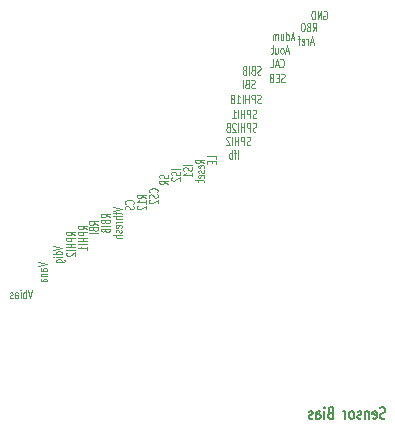
<source format=gbo>
G04 (created by PCBNEW-RS274X (2012-01-19 BZR 3256)-stable) date Wed Aug 28 15:53:45 2013*
G01*
G70*
G90*
%MOIN*%
G04 Gerber Fmt 3.4, Leading zero omitted, Abs format*
%FSLAX34Y34*%
G04 APERTURE LIST*
%ADD10C,0.006000*%
%ADD11C,0.004900*%
%ADD12C,0.005900*%
G04 APERTURE END LIST*
G54D10*
G54D11*
X53495Y-15269D02*
X53495Y-14974D01*
X53429Y-15072D02*
X53354Y-15072D01*
X53401Y-15269D02*
X53401Y-15016D01*
X53392Y-14988D01*
X53373Y-14974D01*
X53354Y-14974D01*
X53288Y-15269D02*
X53288Y-14974D01*
X53288Y-15086D02*
X53269Y-15072D01*
X53232Y-15072D01*
X53213Y-15086D01*
X53204Y-15100D01*
X53194Y-15128D01*
X53194Y-15213D01*
X53204Y-15241D01*
X53213Y-15255D01*
X53232Y-15269D01*
X53269Y-15269D01*
X53288Y-15255D01*
X53898Y-14805D02*
X53870Y-14819D01*
X53823Y-14819D01*
X53805Y-14805D01*
X53795Y-14791D01*
X53786Y-14763D01*
X53786Y-14735D01*
X53795Y-14707D01*
X53805Y-14692D01*
X53823Y-14678D01*
X53861Y-14664D01*
X53880Y-14650D01*
X53889Y-14636D01*
X53898Y-14608D01*
X53898Y-14580D01*
X53889Y-14552D01*
X53880Y-14538D01*
X53861Y-14524D01*
X53814Y-14524D01*
X53786Y-14538D01*
X53701Y-14819D02*
X53701Y-14524D01*
X53626Y-14524D01*
X53607Y-14538D01*
X53598Y-14552D01*
X53589Y-14580D01*
X53589Y-14622D01*
X53598Y-14650D01*
X53607Y-14664D01*
X53626Y-14678D01*
X53701Y-14678D01*
X53504Y-14819D02*
X53504Y-14524D01*
X53504Y-14664D02*
X53392Y-14664D01*
X53392Y-14819D02*
X53392Y-14524D01*
X53298Y-14819D02*
X53298Y-14524D01*
X53213Y-14552D02*
X53204Y-14538D01*
X53185Y-14524D01*
X53138Y-14524D01*
X53120Y-14538D01*
X53110Y-14552D01*
X53101Y-14580D01*
X53101Y-14608D01*
X53110Y-14650D01*
X53223Y-14819D01*
X53101Y-14819D01*
X54097Y-14355D02*
X54069Y-14369D01*
X54022Y-14369D01*
X54004Y-14355D01*
X53994Y-14341D01*
X53985Y-14313D01*
X53985Y-14285D01*
X53994Y-14257D01*
X54004Y-14242D01*
X54022Y-14228D01*
X54060Y-14214D01*
X54079Y-14200D01*
X54088Y-14186D01*
X54097Y-14158D01*
X54097Y-14130D01*
X54088Y-14102D01*
X54079Y-14088D01*
X54060Y-14074D01*
X54013Y-14074D01*
X53985Y-14088D01*
X53900Y-14369D02*
X53900Y-14074D01*
X53825Y-14074D01*
X53806Y-14088D01*
X53797Y-14102D01*
X53788Y-14130D01*
X53788Y-14172D01*
X53797Y-14200D01*
X53806Y-14214D01*
X53825Y-14228D01*
X53900Y-14228D01*
X53703Y-14369D02*
X53703Y-14074D01*
X53703Y-14214D02*
X53591Y-14214D01*
X53591Y-14369D02*
X53591Y-14074D01*
X53497Y-14369D02*
X53497Y-14074D01*
X53412Y-14102D02*
X53403Y-14088D01*
X53384Y-14074D01*
X53337Y-14074D01*
X53319Y-14088D01*
X53309Y-14102D01*
X53300Y-14130D01*
X53300Y-14158D01*
X53309Y-14200D01*
X53422Y-14369D01*
X53300Y-14369D01*
X53149Y-14214D02*
X53121Y-14228D01*
X53112Y-14242D01*
X53103Y-14271D01*
X53103Y-14313D01*
X53112Y-14341D01*
X53121Y-14355D01*
X53140Y-14369D01*
X53215Y-14369D01*
X53215Y-14074D01*
X53149Y-14074D01*
X53131Y-14088D01*
X53121Y-14102D01*
X53112Y-14130D01*
X53112Y-14158D01*
X53121Y-14186D01*
X53131Y-14200D01*
X53149Y-14214D01*
X53215Y-14214D01*
X54098Y-13905D02*
X54070Y-13919D01*
X54023Y-13919D01*
X54005Y-13905D01*
X53995Y-13891D01*
X53986Y-13863D01*
X53986Y-13835D01*
X53995Y-13807D01*
X54005Y-13792D01*
X54023Y-13778D01*
X54061Y-13764D01*
X54080Y-13750D01*
X54089Y-13736D01*
X54098Y-13708D01*
X54098Y-13680D01*
X54089Y-13652D01*
X54080Y-13638D01*
X54061Y-13624D01*
X54014Y-13624D01*
X53986Y-13638D01*
X53901Y-13919D02*
X53901Y-13624D01*
X53826Y-13624D01*
X53807Y-13638D01*
X53798Y-13652D01*
X53789Y-13680D01*
X53789Y-13722D01*
X53798Y-13750D01*
X53807Y-13764D01*
X53826Y-13778D01*
X53901Y-13778D01*
X53704Y-13919D02*
X53704Y-13624D01*
X53704Y-13764D02*
X53592Y-13764D01*
X53592Y-13919D02*
X53592Y-13624D01*
X53498Y-13919D02*
X53498Y-13624D01*
X53301Y-13919D02*
X53413Y-13919D01*
X53357Y-13919D02*
X53357Y-13624D01*
X53376Y-13666D01*
X53395Y-13694D01*
X53413Y-13708D01*
X54247Y-13405D02*
X54219Y-13419D01*
X54172Y-13419D01*
X54154Y-13405D01*
X54144Y-13391D01*
X54135Y-13363D01*
X54135Y-13335D01*
X54144Y-13307D01*
X54154Y-13292D01*
X54172Y-13278D01*
X54210Y-13264D01*
X54229Y-13250D01*
X54238Y-13236D01*
X54247Y-13208D01*
X54247Y-13180D01*
X54238Y-13152D01*
X54229Y-13138D01*
X54210Y-13124D01*
X54163Y-13124D01*
X54135Y-13138D01*
X54050Y-13419D02*
X54050Y-13124D01*
X53975Y-13124D01*
X53956Y-13138D01*
X53947Y-13152D01*
X53938Y-13180D01*
X53938Y-13222D01*
X53947Y-13250D01*
X53956Y-13264D01*
X53975Y-13278D01*
X54050Y-13278D01*
X53853Y-13419D02*
X53853Y-13124D01*
X53853Y-13264D02*
X53741Y-13264D01*
X53741Y-13419D02*
X53741Y-13124D01*
X53647Y-13419D02*
X53647Y-13124D01*
X53450Y-13419D02*
X53562Y-13419D01*
X53506Y-13419D02*
X53506Y-13124D01*
X53525Y-13166D01*
X53544Y-13194D01*
X53562Y-13208D01*
X53299Y-13264D02*
X53271Y-13278D01*
X53262Y-13292D01*
X53253Y-13321D01*
X53253Y-13363D01*
X53262Y-13391D01*
X53271Y-13405D01*
X53290Y-13419D01*
X53365Y-13419D01*
X53365Y-13124D01*
X53299Y-13124D01*
X53281Y-13138D01*
X53271Y-13152D01*
X53262Y-13180D01*
X53262Y-13208D01*
X53271Y-13236D01*
X53281Y-13250D01*
X53299Y-13264D01*
X53365Y-13264D01*
X54051Y-12905D02*
X54023Y-12919D01*
X53976Y-12919D01*
X53958Y-12905D01*
X53948Y-12891D01*
X53939Y-12863D01*
X53939Y-12835D01*
X53948Y-12807D01*
X53958Y-12792D01*
X53976Y-12778D01*
X54014Y-12764D01*
X54033Y-12750D01*
X54042Y-12736D01*
X54051Y-12708D01*
X54051Y-12680D01*
X54042Y-12652D01*
X54033Y-12638D01*
X54014Y-12624D01*
X53967Y-12624D01*
X53939Y-12638D01*
X53788Y-12764D02*
X53760Y-12778D01*
X53751Y-12792D01*
X53742Y-12821D01*
X53742Y-12863D01*
X53751Y-12891D01*
X53760Y-12905D01*
X53779Y-12919D01*
X53854Y-12919D01*
X53854Y-12624D01*
X53788Y-12624D01*
X53770Y-12638D01*
X53760Y-12652D01*
X53751Y-12680D01*
X53751Y-12708D01*
X53760Y-12736D01*
X53770Y-12750D01*
X53788Y-12764D01*
X53854Y-12764D01*
X53657Y-12919D02*
X53657Y-12624D01*
X54250Y-12455D02*
X54222Y-12469D01*
X54175Y-12469D01*
X54157Y-12455D01*
X54147Y-12441D01*
X54138Y-12413D01*
X54138Y-12385D01*
X54147Y-12357D01*
X54157Y-12342D01*
X54175Y-12328D01*
X54213Y-12314D01*
X54232Y-12300D01*
X54241Y-12286D01*
X54250Y-12258D01*
X54250Y-12230D01*
X54241Y-12202D01*
X54232Y-12188D01*
X54213Y-12174D01*
X54166Y-12174D01*
X54138Y-12188D01*
X53987Y-12314D02*
X53959Y-12328D01*
X53950Y-12342D01*
X53941Y-12371D01*
X53941Y-12413D01*
X53950Y-12441D01*
X53959Y-12455D01*
X53978Y-12469D01*
X54053Y-12469D01*
X54053Y-12174D01*
X53987Y-12174D01*
X53969Y-12188D01*
X53959Y-12202D01*
X53950Y-12230D01*
X53950Y-12258D01*
X53959Y-12286D01*
X53969Y-12300D01*
X53987Y-12314D01*
X54053Y-12314D01*
X53856Y-12469D02*
X53856Y-12174D01*
X53696Y-12314D02*
X53668Y-12328D01*
X53659Y-12342D01*
X53650Y-12371D01*
X53650Y-12413D01*
X53659Y-12441D01*
X53668Y-12455D01*
X53687Y-12469D01*
X53762Y-12469D01*
X53762Y-12174D01*
X53696Y-12174D01*
X53678Y-12188D01*
X53668Y-12202D01*
X53659Y-12230D01*
X53659Y-12258D01*
X53668Y-12286D01*
X53678Y-12300D01*
X53696Y-12314D01*
X53762Y-12314D01*
X55043Y-12705D02*
X55015Y-12719D01*
X54968Y-12719D01*
X54950Y-12705D01*
X54940Y-12691D01*
X54931Y-12663D01*
X54931Y-12635D01*
X54940Y-12607D01*
X54950Y-12592D01*
X54968Y-12578D01*
X55006Y-12564D01*
X55025Y-12550D01*
X55034Y-12536D01*
X55043Y-12508D01*
X55043Y-12480D01*
X55034Y-12452D01*
X55025Y-12438D01*
X55006Y-12424D01*
X54959Y-12424D01*
X54931Y-12438D01*
X54846Y-12564D02*
X54780Y-12564D01*
X54752Y-12719D02*
X54846Y-12719D01*
X54846Y-12424D01*
X54752Y-12424D01*
X54602Y-12564D02*
X54574Y-12578D01*
X54565Y-12592D01*
X54556Y-12621D01*
X54556Y-12663D01*
X54565Y-12691D01*
X54574Y-12705D01*
X54593Y-12719D01*
X54668Y-12719D01*
X54668Y-12424D01*
X54602Y-12424D01*
X54584Y-12438D01*
X54574Y-12452D01*
X54565Y-12480D01*
X54565Y-12508D01*
X54574Y-12536D01*
X54584Y-12550D01*
X54602Y-12564D01*
X54668Y-12564D01*
X54903Y-12191D02*
X54912Y-12205D01*
X54940Y-12219D01*
X54959Y-12219D01*
X54987Y-12205D01*
X55006Y-12177D01*
X55015Y-12149D01*
X55024Y-12092D01*
X55024Y-12050D01*
X55015Y-11994D01*
X55006Y-11966D01*
X54987Y-11938D01*
X54959Y-11924D01*
X54940Y-11924D01*
X54912Y-11938D01*
X54903Y-11952D01*
X54827Y-12135D02*
X54734Y-12135D01*
X54846Y-12219D02*
X54781Y-11924D01*
X54715Y-12219D01*
X54555Y-12219D02*
X54649Y-12219D01*
X54649Y-11924D01*
X55181Y-11685D02*
X55088Y-11685D01*
X55200Y-11769D02*
X55135Y-11474D01*
X55069Y-11769D01*
X54975Y-11769D02*
X54994Y-11755D01*
X55003Y-11741D01*
X55012Y-11713D01*
X55012Y-11628D01*
X55003Y-11600D01*
X54994Y-11586D01*
X54975Y-11572D01*
X54947Y-11572D01*
X54928Y-11586D01*
X54919Y-11600D01*
X54909Y-11628D01*
X54909Y-11713D01*
X54919Y-11741D01*
X54928Y-11755D01*
X54947Y-11769D01*
X54975Y-11769D01*
X54741Y-11572D02*
X54741Y-11769D01*
X54825Y-11572D02*
X54825Y-11727D01*
X54816Y-11755D01*
X54797Y-11769D01*
X54769Y-11769D01*
X54750Y-11755D01*
X54741Y-11741D01*
X54675Y-11572D02*
X54600Y-11572D01*
X54647Y-11474D02*
X54647Y-11727D01*
X54638Y-11755D01*
X54619Y-11769D01*
X54600Y-11769D01*
X55356Y-11235D02*
X55263Y-11235D01*
X55375Y-11319D02*
X55310Y-11024D01*
X55244Y-11319D01*
X55094Y-11319D02*
X55094Y-11024D01*
X55094Y-11305D02*
X55112Y-11319D01*
X55150Y-11319D01*
X55169Y-11305D01*
X55178Y-11291D01*
X55187Y-11263D01*
X55187Y-11178D01*
X55178Y-11150D01*
X55169Y-11136D01*
X55150Y-11122D01*
X55112Y-11122D01*
X55094Y-11136D01*
X54916Y-11122D02*
X54916Y-11319D01*
X55000Y-11122D02*
X55000Y-11277D01*
X54991Y-11305D01*
X54972Y-11319D01*
X54944Y-11319D01*
X54925Y-11305D01*
X54916Y-11291D01*
X54822Y-11319D02*
X54822Y-11122D01*
X54822Y-11150D02*
X54813Y-11136D01*
X54794Y-11122D01*
X54766Y-11122D01*
X54747Y-11136D01*
X54738Y-11164D01*
X54738Y-11319D01*
X54738Y-11164D02*
X54728Y-11136D01*
X54710Y-11122D01*
X54681Y-11122D01*
X54663Y-11136D01*
X54653Y-11164D01*
X54653Y-11319D01*
X55998Y-11385D02*
X55905Y-11385D01*
X56017Y-11469D02*
X55952Y-11174D01*
X55886Y-11469D01*
X55820Y-11469D02*
X55820Y-11272D01*
X55820Y-11328D02*
X55811Y-11300D01*
X55801Y-11286D01*
X55783Y-11272D01*
X55764Y-11272D01*
X55623Y-11455D02*
X55642Y-11469D01*
X55679Y-11469D01*
X55698Y-11455D01*
X55707Y-11427D01*
X55707Y-11314D01*
X55698Y-11286D01*
X55679Y-11272D01*
X55642Y-11272D01*
X55623Y-11286D01*
X55614Y-11314D01*
X55614Y-11342D01*
X55707Y-11371D01*
X55557Y-11272D02*
X55482Y-11272D01*
X55529Y-11469D02*
X55529Y-11216D01*
X55520Y-11188D01*
X55501Y-11174D01*
X55482Y-11174D01*
X55991Y-11019D02*
X56056Y-10878D01*
X56103Y-11019D02*
X56103Y-10724D01*
X56028Y-10724D01*
X56009Y-10738D01*
X56000Y-10752D01*
X55991Y-10780D01*
X55991Y-10822D01*
X56000Y-10850D01*
X56009Y-10864D01*
X56028Y-10878D01*
X56103Y-10878D01*
X55840Y-10864D02*
X55812Y-10878D01*
X55803Y-10892D01*
X55794Y-10921D01*
X55794Y-10963D01*
X55803Y-10991D01*
X55812Y-11005D01*
X55831Y-11019D01*
X55906Y-11019D01*
X55906Y-10724D01*
X55840Y-10724D01*
X55822Y-10738D01*
X55812Y-10752D01*
X55803Y-10780D01*
X55803Y-10808D01*
X55812Y-10836D01*
X55822Y-10850D01*
X55840Y-10864D01*
X55906Y-10864D01*
X55672Y-10724D02*
X55634Y-10724D01*
X55615Y-10738D01*
X55597Y-10766D01*
X55587Y-10822D01*
X55587Y-10921D01*
X55597Y-10977D01*
X55615Y-11005D01*
X55634Y-11019D01*
X55672Y-11019D01*
X55690Y-11005D01*
X55709Y-10977D01*
X55718Y-10921D01*
X55718Y-10822D01*
X55709Y-10766D01*
X55690Y-10738D01*
X55672Y-10724D01*
X46620Y-19624D02*
X46555Y-19919D01*
X46489Y-19624D01*
X46423Y-19919D02*
X46423Y-19624D01*
X46423Y-19736D02*
X46404Y-19722D01*
X46367Y-19722D01*
X46348Y-19736D01*
X46339Y-19750D01*
X46329Y-19778D01*
X46329Y-19863D01*
X46339Y-19891D01*
X46348Y-19905D01*
X46367Y-19919D01*
X46404Y-19919D01*
X46423Y-19905D01*
X46245Y-19919D02*
X46245Y-19722D01*
X46245Y-19624D02*
X46254Y-19638D01*
X46245Y-19652D01*
X46236Y-19638D01*
X46245Y-19624D01*
X46245Y-19652D01*
X46067Y-19919D02*
X46067Y-19764D01*
X46076Y-19736D01*
X46095Y-19722D01*
X46132Y-19722D01*
X46151Y-19736D01*
X46067Y-19905D02*
X46085Y-19919D01*
X46132Y-19919D01*
X46151Y-19905D01*
X46160Y-19877D01*
X46160Y-19849D01*
X46151Y-19821D01*
X46132Y-19807D01*
X46085Y-19807D01*
X46067Y-19792D01*
X45982Y-19905D02*
X45964Y-19919D01*
X45926Y-19919D01*
X45907Y-19905D01*
X45898Y-19877D01*
X45898Y-19863D01*
X45907Y-19835D01*
X45926Y-19821D01*
X45954Y-19821D01*
X45973Y-19807D01*
X45982Y-19778D01*
X45982Y-19764D01*
X45973Y-19736D01*
X45954Y-19722D01*
X45926Y-19722D01*
X45907Y-19736D01*
X46824Y-18718D02*
X47119Y-18783D01*
X46824Y-18849D01*
X47119Y-18999D02*
X46964Y-18999D01*
X46936Y-18990D01*
X46922Y-18971D01*
X46922Y-18934D01*
X46936Y-18915D01*
X47105Y-18999D02*
X47119Y-18981D01*
X47119Y-18934D01*
X47105Y-18915D01*
X47077Y-18906D01*
X47049Y-18906D01*
X47021Y-18915D01*
X47007Y-18934D01*
X47007Y-18981D01*
X46992Y-18999D01*
X46922Y-19093D02*
X47119Y-19093D01*
X46950Y-19093D02*
X46936Y-19102D01*
X46922Y-19121D01*
X46922Y-19149D01*
X46936Y-19168D01*
X46964Y-19177D01*
X47119Y-19177D01*
X47119Y-19355D02*
X46964Y-19355D01*
X46936Y-19346D01*
X46922Y-19327D01*
X46922Y-19290D01*
X46936Y-19271D01*
X47105Y-19355D02*
X47119Y-19337D01*
X47119Y-19290D01*
X47105Y-19271D01*
X47077Y-19262D01*
X47049Y-19262D01*
X47021Y-19271D01*
X47007Y-19290D01*
X47007Y-19337D01*
X46992Y-19355D01*
X47324Y-18160D02*
X47619Y-18225D01*
X47324Y-18291D01*
X47619Y-18441D02*
X47324Y-18441D01*
X47605Y-18441D02*
X47619Y-18423D01*
X47619Y-18385D01*
X47605Y-18366D01*
X47591Y-18357D01*
X47563Y-18348D01*
X47478Y-18348D01*
X47450Y-18357D01*
X47436Y-18366D01*
X47422Y-18385D01*
X47422Y-18423D01*
X47436Y-18441D01*
X47619Y-18535D02*
X47422Y-18535D01*
X47324Y-18535D02*
X47338Y-18526D01*
X47352Y-18535D01*
X47338Y-18544D01*
X47324Y-18535D01*
X47352Y-18535D01*
X47422Y-18713D02*
X47661Y-18713D01*
X47689Y-18704D01*
X47703Y-18695D01*
X47717Y-18676D01*
X47717Y-18648D01*
X47703Y-18629D01*
X47605Y-18713D02*
X47619Y-18695D01*
X47619Y-18657D01*
X47605Y-18638D01*
X47591Y-18629D01*
X47563Y-18620D01*
X47478Y-18620D01*
X47450Y-18629D01*
X47436Y-18638D01*
X47422Y-18657D01*
X47422Y-18695D01*
X47436Y-18713D01*
X48069Y-17818D02*
X47928Y-17753D01*
X48069Y-17706D02*
X47774Y-17706D01*
X47774Y-17781D01*
X47788Y-17800D01*
X47802Y-17809D01*
X47830Y-17818D01*
X47872Y-17818D01*
X47900Y-17809D01*
X47914Y-17800D01*
X47928Y-17781D01*
X47928Y-17706D01*
X48069Y-17903D02*
X47774Y-17903D01*
X47774Y-17978D01*
X47788Y-17997D01*
X47802Y-18006D01*
X47830Y-18015D01*
X47872Y-18015D01*
X47900Y-18006D01*
X47914Y-17997D01*
X47928Y-17978D01*
X47928Y-17903D01*
X48069Y-18100D02*
X47774Y-18100D01*
X47914Y-18100D02*
X47914Y-18212D01*
X48069Y-18212D02*
X47774Y-18212D01*
X48069Y-18306D02*
X47774Y-18306D01*
X47802Y-18391D02*
X47788Y-18400D01*
X47774Y-18419D01*
X47774Y-18466D01*
X47788Y-18484D01*
X47802Y-18494D01*
X47830Y-18503D01*
X47858Y-18503D01*
X47900Y-18494D01*
X48069Y-18381D01*
X48069Y-18503D01*
X48469Y-17618D02*
X48328Y-17553D01*
X48469Y-17506D02*
X48174Y-17506D01*
X48174Y-17581D01*
X48188Y-17600D01*
X48202Y-17609D01*
X48230Y-17618D01*
X48272Y-17618D01*
X48300Y-17609D01*
X48314Y-17600D01*
X48328Y-17581D01*
X48328Y-17506D01*
X48469Y-17703D02*
X48174Y-17703D01*
X48174Y-17778D01*
X48188Y-17797D01*
X48202Y-17806D01*
X48230Y-17815D01*
X48272Y-17815D01*
X48300Y-17806D01*
X48314Y-17797D01*
X48328Y-17778D01*
X48328Y-17703D01*
X48469Y-17900D02*
X48174Y-17900D01*
X48314Y-17900D02*
X48314Y-18012D01*
X48469Y-18012D02*
X48174Y-18012D01*
X48469Y-18106D02*
X48174Y-18106D01*
X48469Y-18303D02*
X48469Y-18191D01*
X48469Y-18247D02*
X48174Y-18247D01*
X48216Y-18228D01*
X48244Y-18209D01*
X48258Y-18191D01*
X48819Y-17465D02*
X48678Y-17400D01*
X48819Y-17353D02*
X48524Y-17353D01*
X48524Y-17428D01*
X48538Y-17447D01*
X48552Y-17456D01*
X48580Y-17465D01*
X48622Y-17465D01*
X48650Y-17456D01*
X48664Y-17447D01*
X48678Y-17428D01*
X48678Y-17353D01*
X48664Y-17616D02*
X48678Y-17644D01*
X48692Y-17653D01*
X48721Y-17662D01*
X48763Y-17662D01*
X48791Y-17653D01*
X48805Y-17644D01*
X48819Y-17625D01*
X48819Y-17550D01*
X48524Y-17550D01*
X48524Y-17616D01*
X48538Y-17634D01*
X48552Y-17644D01*
X48580Y-17653D01*
X48608Y-17653D01*
X48636Y-17644D01*
X48650Y-17634D01*
X48664Y-17616D01*
X48664Y-17550D01*
X48819Y-17747D02*
X48524Y-17747D01*
X49219Y-17217D02*
X49078Y-17152D01*
X49219Y-17105D02*
X48924Y-17105D01*
X48924Y-17180D01*
X48938Y-17199D01*
X48952Y-17208D01*
X48980Y-17217D01*
X49022Y-17217D01*
X49050Y-17208D01*
X49064Y-17199D01*
X49078Y-17180D01*
X49078Y-17105D01*
X49064Y-17368D02*
X49078Y-17396D01*
X49092Y-17405D01*
X49121Y-17414D01*
X49163Y-17414D01*
X49191Y-17405D01*
X49205Y-17396D01*
X49219Y-17377D01*
X49219Y-17302D01*
X48924Y-17302D01*
X48924Y-17368D01*
X48938Y-17386D01*
X48952Y-17396D01*
X48980Y-17405D01*
X49008Y-17405D01*
X49036Y-17396D01*
X49050Y-17386D01*
X49064Y-17368D01*
X49064Y-17302D01*
X49219Y-17499D02*
X48924Y-17499D01*
X49064Y-17659D02*
X49078Y-17687D01*
X49092Y-17696D01*
X49121Y-17705D01*
X49163Y-17705D01*
X49191Y-17696D01*
X49205Y-17687D01*
X49219Y-17668D01*
X49219Y-17593D01*
X48924Y-17593D01*
X48924Y-17659D01*
X48938Y-17677D01*
X48952Y-17687D01*
X48980Y-17696D01*
X49008Y-17696D01*
X49036Y-17687D01*
X49050Y-17677D01*
X49064Y-17659D01*
X49064Y-17593D01*
X49324Y-16875D02*
X49619Y-16940D01*
X49324Y-17006D01*
X49422Y-17044D02*
X49422Y-17119D01*
X49324Y-17072D02*
X49577Y-17072D01*
X49605Y-17081D01*
X49619Y-17100D01*
X49619Y-17119D01*
X49619Y-17185D02*
X49324Y-17185D01*
X49619Y-17269D02*
X49464Y-17269D01*
X49436Y-17260D01*
X49422Y-17241D01*
X49422Y-17213D01*
X49436Y-17194D01*
X49450Y-17185D01*
X49619Y-17363D02*
X49422Y-17363D01*
X49478Y-17363D02*
X49450Y-17372D01*
X49436Y-17382D01*
X49422Y-17400D01*
X49422Y-17419D01*
X49605Y-17560D02*
X49619Y-17541D01*
X49619Y-17504D01*
X49605Y-17485D01*
X49577Y-17476D01*
X49464Y-17476D01*
X49436Y-17485D01*
X49422Y-17504D01*
X49422Y-17541D01*
X49436Y-17560D01*
X49464Y-17569D01*
X49492Y-17569D01*
X49521Y-17476D01*
X49605Y-17645D02*
X49619Y-17663D01*
X49619Y-17701D01*
X49605Y-17720D01*
X49577Y-17729D01*
X49563Y-17729D01*
X49535Y-17720D01*
X49521Y-17701D01*
X49521Y-17673D01*
X49507Y-17654D01*
X49478Y-17645D01*
X49464Y-17645D01*
X49436Y-17654D01*
X49422Y-17673D01*
X49422Y-17701D01*
X49436Y-17720D01*
X49619Y-17813D02*
X49324Y-17813D01*
X49619Y-17897D02*
X49464Y-17897D01*
X49436Y-17888D01*
X49422Y-17869D01*
X49422Y-17841D01*
X49436Y-17822D01*
X49450Y-17813D01*
X49991Y-16767D02*
X50005Y-16758D01*
X50019Y-16730D01*
X50019Y-16711D01*
X50005Y-16683D01*
X49977Y-16664D01*
X49949Y-16655D01*
X49892Y-16646D01*
X49850Y-16646D01*
X49794Y-16655D01*
X49766Y-16664D01*
X49738Y-16683D01*
X49724Y-16711D01*
X49724Y-16730D01*
X49738Y-16758D01*
X49752Y-16767D01*
X50005Y-16843D02*
X50019Y-16871D01*
X50019Y-16918D01*
X50005Y-16936D01*
X49991Y-16946D01*
X49963Y-16955D01*
X49935Y-16955D01*
X49907Y-16946D01*
X49892Y-16936D01*
X49878Y-16918D01*
X49864Y-16880D01*
X49850Y-16861D01*
X49836Y-16852D01*
X49808Y-16843D01*
X49780Y-16843D01*
X49752Y-16852D01*
X49738Y-16861D01*
X49724Y-16880D01*
X49724Y-16927D01*
X49738Y-16955D01*
X50419Y-16573D02*
X50278Y-16508D01*
X50419Y-16461D02*
X50124Y-16461D01*
X50124Y-16536D01*
X50138Y-16555D01*
X50152Y-16564D01*
X50180Y-16573D01*
X50222Y-16573D01*
X50250Y-16564D01*
X50264Y-16555D01*
X50278Y-16536D01*
X50278Y-16461D01*
X50419Y-16761D02*
X50419Y-16649D01*
X50419Y-16705D02*
X50124Y-16705D01*
X50166Y-16686D01*
X50194Y-16667D01*
X50208Y-16649D01*
X50152Y-16837D02*
X50138Y-16846D01*
X50124Y-16865D01*
X50124Y-16912D01*
X50138Y-16930D01*
X50152Y-16940D01*
X50180Y-16949D01*
X50208Y-16949D01*
X50250Y-16940D01*
X50419Y-16827D01*
X50419Y-16949D01*
X50791Y-16373D02*
X50805Y-16364D01*
X50819Y-16336D01*
X50819Y-16317D01*
X50805Y-16289D01*
X50777Y-16270D01*
X50749Y-16261D01*
X50692Y-16252D01*
X50650Y-16252D01*
X50594Y-16261D01*
X50566Y-16270D01*
X50538Y-16289D01*
X50524Y-16317D01*
X50524Y-16336D01*
X50538Y-16364D01*
X50552Y-16373D01*
X50805Y-16449D02*
X50819Y-16477D01*
X50819Y-16524D01*
X50805Y-16542D01*
X50791Y-16552D01*
X50763Y-16561D01*
X50735Y-16561D01*
X50707Y-16552D01*
X50692Y-16542D01*
X50678Y-16524D01*
X50664Y-16486D01*
X50650Y-16467D01*
X50636Y-16458D01*
X50608Y-16449D01*
X50580Y-16449D01*
X50552Y-16458D01*
X50538Y-16467D01*
X50524Y-16486D01*
X50524Y-16533D01*
X50538Y-16561D01*
X50552Y-16637D02*
X50538Y-16646D01*
X50524Y-16665D01*
X50524Y-16712D01*
X50538Y-16730D01*
X50552Y-16740D01*
X50580Y-16749D01*
X50608Y-16749D01*
X50650Y-16740D01*
X50819Y-16627D01*
X50819Y-16749D01*
X51155Y-15796D02*
X51169Y-15824D01*
X51169Y-15871D01*
X51155Y-15889D01*
X51141Y-15899D01*
X51113Y-15908D01*
X51085Y-15908D01*
X51057Y-15899D01*
X51042Y-15889D01*
X51028Y-15871D01*
X51014Y-15833D01*
X51000Y-15814D01*
X50986Y-15805D01*
X50958Y-15796D01*
X50930Y-15796D01*
X50902Y-15805D01*
X50888Y-15814D01*
X50874Y-15833D01*
X50874Y-15880D01*
X50888Y-15908D01*
X51169Y-16105D02*
X51028Y-16040D01*
X51169Y-15993D02*
X50874Y-15993D01*
X50874Y-16068D01*
X50888Y-16087D01*
X50902Y-16096D01*
X50930Y-16105D01*
X50972Y-16105D01*
X51000Y-16096D01*
X51014Y-16087D01*
X51028Y-16068D01*
X51028Y-15993D01*
X51569Y-15612D02*
X51274Y-15612D01*
X51555Y-15697D02*
X51569Y-15725D01*
X51569Y-15772D01*
X51555Y-15790D01*
X51541Y-15800D01*
X51513Y-15809D01*
X51485Y-15809D01*
X51457Y-15800D01*
X51442Y-15790D01*
X51428Y-15772D01*
X51414Y-15734D01*
X51400Y-15715D01*
X51386Y-15706D01*
X51358Y-15697D01*
X51330Y-15697D01*
X51302Y-15706D01*
X51288Y-15715D01*
X51274Y-15734D01*
X51274Y-15781D01*
X51288Y-15809D01*
X51302Y-15885D02*
X51288Y-15894D01*
X51274Y-15913D01*
X51274Y-15960D01*
X51288Y-15978D01*
X51302Y-15988D01*
X51330Y-15997D01*
X51358Y-15997D01*
X51400Y-15988D01*
X51569Y-15875D01*
X51569Y-15997D01*
X51969Y-15462D02*
X51674Y-15462D01*
X51955Y-15547D02*
X51969Y-15575D01*
X51969Y-15622D01*
X51955Y-15640D01*
X51941Y-15650D01*
X51913Y-15659D01*
X51885Y-15659D01*
X51857Y-15650D01*
X51842Y-15640D01*
X51828Y-15622D01*
X51814Y-15584D01*
X51800Y-15565D01*
X51786Y-15556D01*
X51758Y-15547D01*
X51730Y-15547D01*
X51702Y-15556D01*
X51688Y-15565D01*
X51674Y-15584D01*
X51674Y-15631D01*
X51688Y-15659D01*
X51969Y-15847D02*
X51969Y-15735D01*
X51969Y-15791D02*
X51674Y-15791D01*
X51716Y-15772D01*
X51744Y-15753D01*
X51758Y-15735D01*
X52369Y-15406D02*
X52228Y-15341D01*
X52369Y-15294D02*
X52074Y-15294D01*
X52074Y-15369D01*
X52088Y-15388D01*
X52102Y-15397D01*
X52130Y-15406D01*
X52172Y-15406D01*
X52200Y-15397D01*
X52214Y-15388D01*
X52228Y-15369D01*
X52228Y-15294D01*
X52355Y-15566D02*
X52369Y-15547D01*
X52369Y-15510D01*
X52355Y-15491D01*
X52327Y-15482D01*
X52214Y-15482D01*
X52186Y-15491D01*
X52172Y-15510D01*
X52172Y-15547D01*
X52186Y-15566D01*
X52214Y-15575D01*
X52242Y-15575D01*
X52271Y-15482D01*
X52355Y-15651D02*
X52369Y-15669D01*
X52369Y-15707D01*
X52355Y-15726D01*
X52327Y-15735D01*
X52313Y-15735D01*
X52285Y-15726D01*
X52271Y-15707D01*
X52271Y-15679D01*
X52257Y-15660D01*
X52228Y-15651D01*
X52214Y-15651D01*
X52186Y-15660D01*
X52172Y-15679D01*
X52172Y-15707D01*
X52186Y-15726D01*
X52355Y-15894D02*
X52369Y-15875D01*
X52369Y-15838D01*
X52355Y-15819D01*
X52327Y-15810D01*
X52214Y-15810D01*
X52186Y-15819D01*
X52172Y-15838D01*
X52172Y-15875D01*
X52186Y-15894D01*
X52214Y-15903D01*
X52242Y-15903D01*
X52271Y-15810D01*
X52172Y-15960D02*
X52172Y-16035D01*
X52074Y-15988D02*
X52327Y-15988D01*
X52355Y-15997D01*
X52369Y-16016D01*
X52369Y-16035D01*
X52769Y-15273D02*
X52769Y-15179D01*
X52474Y-15179D01*
X52614Y-15338D02*
X52614Y-15404D01*
X52769Y-15432D02*
X52769Y-15338D01*
X52474Y-15338D01*
X52474Y-15432D01*
X56350Y-10338D02*
X56369Y-10324D01*
X56397Y-10324D01*
X56425Y-10338D01*
X56444Y-10366D01*
X56453Y-10394D01*
X56462Y-10450D01*
X56462Y-10492D01*
X56453Y-10549D01*
X56444Y-10577D01*
X56425Y-10605D01*
X56397Y-10619D01*
X56378Y-10619D01*
X56350Y-10605D01*
X56341Y-10591D01*
X56341Y-10492D01*
X56378Y-10492D01*
X56256Y-10619D02*
X56256Y-10324D01*
X56144Y-10619D01*
X56144Y-10324D01*
X56050Y-10619D02*
X56050Y-10324D01*
X56003Y-10324D01*
X55975Y-10338D01*
X55956Y-10366D01*
X55947Y-10394D01*
X55938Y-10450D01*
X55938Y-10492D01*
X55947Y-10549D01*
X55956Y-10577D01*
X55975Y-10605D01*
X56003Y-10619D01*
X56050Y-10619D01*
G54D12*
X58397Y-23916D02*
X58355Y-23934D01*
X58284Y-23934D01*
X58256Y-23916D01*
X58242Y-23897D01*
X58228Y-23859D01*
X58228Y-23822D01*
X58242Y-23784D01*
X58256Y-23766D01*
X58284Y-23747D01*
X58341Y-23728D01*
X58369Y-23709D01*
X58383Y-23691D01*
X58397Y-23653D01*
X58397Y-23616D01*
X58383Y-23578D01*
X58369Y-23559D01*
X58341Y-23540D01*
X58270Y-23540D01*
X58228Y-23559D01*
X57989Y-23916D02*
X58017Y-23934D01*
X58074Y-23934D01*
X58102Y-23916D01*
X58116Y-23878D01*
X58116Y-23728D01*
X58102Y-23691D01*
X58074Y-23672D01*
X58017Y-23672D01*
X57989Y-23691D01*
X57975Y-23728D01*
X57975Y-23766D01*
X58116Y-23803D01*
X57849Y-23672D02*
X57849Y-23934D01*
X57849Y-23709D02*
X57835Y-23691D01*
X57807Y-23672D01*
X57764Y-23672D01*
X57736Y-23691D01*
X57722Y-23728D01*
X57722Y-23934D01*
X57596Y-23916D02*
X57568Y-23934D01*
X57512Y-23934D01*
X57483Y-23916D01*
X57469Y-23878D01*
X57469Y-23859D01*
X57483Y-23822D01*
X57512Y-23803D01*
X57554Y-23803D01*
X57582Y-23784D01*
X57596Y-23747D01*
X57596Y-23728D01*
X57582Y-23691D01*
X57554Y-23672D01*
X57512Y-23672D01*
X57483Y-23691D01*
X57301Y-23934D02*
X57329Y-23916D01*
X57343Y-23897D01*
X57357Y-23859D01*
X57357Y-23747D01*
X57343Y-23709D01*
X57329Y-23691D01*
X57301Y-23672D01*
X57258Y-23672D01*
X57230Y-23691D01*
X57216Y-23709D01*
X57202Y-23747D01*
X57202Y-23859D01*
X57216Y-23897D01*
X57230Y-23916D01*
X57258Y-23934D01*
X57301Y-23934D01*
X57076Y-23934D02*
X57076Y-23672D01*
X57076Y-23747D02*
X57062Y-23709D01*
X57048Y-23691D01*
X57020Y-23672D01*
X56991Y-23672D01*
X56569Y-23728D02*
X56527Y-23747D01*
X56513Y-23766D01*
X56499Y-23803D01*
X56499Y-23859D01*
X56513Y-23897D01*
X56527Y-23916D01*
X56555Y-23934D01*
X56668Y-23934D01*
X56668Y-23540D01*
X56569Y-23540D01*
X56541Y-23559D01*
X56527Y-23578D01*
X56513Y-23616D01*
X56513Y-23653D01*
X56527Y-23691D01*
X56541Y-23709D01*
X56569Y-23728D01*
X56668Y-23728D01*
X56373Y-23934D02*
X56373Y-23672D01*
X56373Y-23540D02*
X56387Y-23559D01*
X56373Y-23578D01*
X56359Y-23559D01*
X56373Y-23540D01*
X56373Y-23578D01*
X56106Y-23934D02*
X56106Y-23728D01*
X56120Y-23691D01*
X56148Y-23672D01*
X56205Y-23672D01*
X56233Y-23691D01*
X56106Y-23916D02*
X56134Y-23934D01*
X56205Y-23934D01*
X56233Y-23916D01*
X56247Y-23878D01*
X56247Y-23841D01*
X56233Y-23803D01*
X56205Y-23784D01*
X56134Y-23784D01*
X56106Y-23766D01*
X55980Y-23916D02*
X55952Y-23934D01*
X55896Y-23934D01*
X55867Y-23916D01*
X55853Y-23878D01*
X55853Y-23859D01*
X55867Y-23822D01*
X55896Y-23803D01*
X55938Y-23803D01*
X55966Y-23784D01*
X55980Y-23747D01*
X55980Y-23728D01*
X55966Y-23691D01*
X55938Y-23672D01*
X55896Y-23672D01*
X55867Y-23691D01*
M02*

</source>
